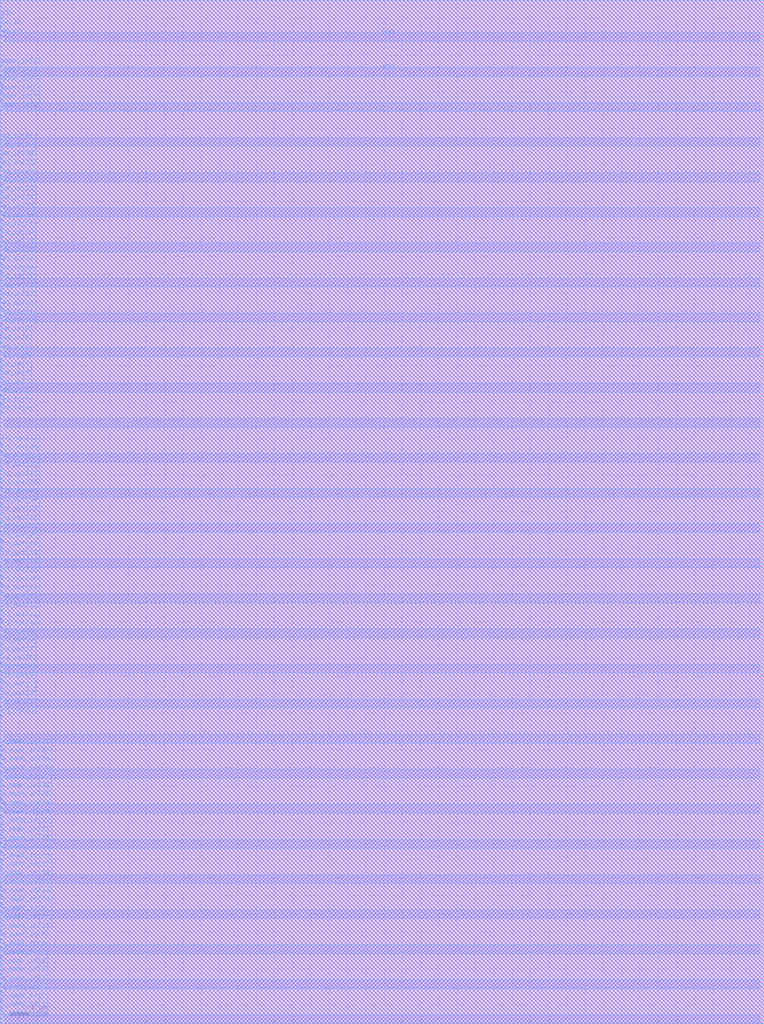
<source format=lef>
# Generated by FakeRAM 2.0
VERSION 5.7 ;
BUSBITCHARS "[]" ;
PROPERTYDEFINITIONS
  MACRO width INTEGER ;
  MACRO depth INTEGER ;
  MACRO banks INTEGER ;
END PROPERTYDEFINITIONS
MACRO fakeram7_sp_64x32
  PROPERTY width 32 ;
  PROPERTY depth 64 ;
  PROPERTY banks 2 ;
  FOREIGN fakeram7_sp_64x32 0 0 ;
  SYMMETRY X Y ;
  SIZE 8.360 BY 11.200 ;
  CLASS BLOCK ;
  PIN w_mask_in[0]
    DIRECTION INPUT ;
    USE SIGNAL ;
    SHAPE ABUTMENT ;
    PORT
      LAYER M4 ;
      RECT 0.000 0.048 0.024 0.072 ;
    END
  END w_mask_in[0]
  PIN w_mask_in[1]
    DIRECTION INPUT ;
    USE SIGNAL ;
    SHAPE ABUTMENT ;
    PORT
      LAYER M4 ;
      RECT 0.000 0.144 0.024 0.168 ;
    END
  END w_mask_in[1]
  PIN w_mask_in[2]
    DIRECTION INPUT ;
    USE SIGNAL ;
    SHAPE ABUTMENT ;
    PORT
      LAYER M4 ;
      RECT 0.000 0.240 0.024 0.264 ;
    END
  END w_mask_in[2]
  PIN w_mask_in[3]
    DIRECTION INPUT ;
    USE SIGNAL ;
    SHAPE ABUTMENT ;
    PORT
      LAYER M4 ;
      RECT 0.000 0.336 0.024 0.360 ;
    END
  END w_mask_in[3]
  PIN w_mask_in[4]
    DIRECTION INPUT ;
    USE SIGNAL ;
    SHAPE ABUTMENT ;
    PORT
      LAYER M4 ;
      RECT 0.000 0.432 0.024 0.456 ;
    END
  END w_mask_in[4]
  PIN w_mask_in[5]
    DIRECTION INPUT ;
    USE SIGNAL ;
    SHAPE ABUTMENT ;
    PORT
      LAYER M4 ;
      RECT 0.000 0.528 0.024 0.552 ;
    END
  END w_mask_in[5]
  PIN w_mask_in[6]
    DIRECTION INPUT ;
    USE SIGNAL ;
    SHAPE ABUTMENT ;
    PORT
      LAYER M4 ;
      RECT 0.000 0.624 0.024 0.648 ;
    END
  END w_mask_in[6]
  PIN w_mask_in[7]
    DIRECTION INPUT ;
    USE SIGNAL ;
    SHAPE ABUTMENT ;
    PORT
      LAYER M4 ;
      RECT 0.000 0.720 0.024 0.744 ;
    END
  END w_mask_in[7]
  PIN w_mask_in[8]
    DIRECTION INPUT ;
    USE SIGNAL ;
    SHAPE ABUTMENT ;
    PORT
      LAYER M4 ;
      RECT 0.000 0.816 0.024 0.840 ;
    END
  END w_mask_in[8]
  PIN w_mask_in[9]
    DIRECTION INPUT ;
    USE SIGNAL ;
    SHAPE ABUTMENT ;
    PORT
      LAYER M4 ;
      RECT 0.000 0.912 0.024 0.936 ;
    END
  END w_mask_in[9]
  PIN w_mask_in[10]
    DIRECTION INPUT ;
    USE SIGNAL ;
    SHAPE ABUTMENT ;
    PORT
      LAYER M4 ;
      RECT 0.000 1.008 0.024 1.032 ;
    END
  END w_mask_in[10]
  PIN w_mask_in[11]
    DIRECTION INPUT ;
    USE SIGNAL ;
    SHAPE ABUTMENT ;
    PORT
      LAYER M4 ;
      RECT 0.000 1.104 0.024 1.128 ;
    END
  END w_mask_in[11]
  PIN w_mask_in[12]
    DIRECTION INPUT ;
    USE SIGNAL ;
    SHAPE ABUTMENT ;
    PORT
      LAYER M4 ;
      RECT 0.000 1.200 0.024 1.224 ;
    END
  END w_mask_in[12]
  PIN w_mask_in[13]
    DIRECTION INPUT ;
    USE SIGNAL ;
    SHAPE ABUTMENT ;
    PORT
      LAYER M4 ;
      RECT 0.000 1.296 0.024 1.320 ;
    END
  END w_mask_in[13]
  PIN w_mask_in[14]
    DIRECTION INPUT ;
    USE SIGNAL ;
    SHAPE ABUTMENT ;
    PORT
      LAYER M4 ;
      RECT 0.000 1.392 0.024 1.416 ;
    END
  END w_mask_in[14]
  PIN w_mask_in[15]
    DIRECTION INPUT ;
    USE SIGNAL ;
    SHAPE ABUTMENT ;
    PORT
      LAYER M4 ;
      RECT 0.000 1.488 0.024 1.512 ;
    END
  END w_mask_in[15]
  PIN w_mask_in[16]
    DIRECTION INPUT ;
    USE SIGNAL ;
    SHAPE ABUTMENT ;
    PORT
      LAYER M4 ;
      RECT 0.000 1.584 0.024 1.608 ;
    END
  END w_mask_in[16]
  PIN w_mask_in[17]
    DIRECTION INPUT ;
    USE SIGNAL ;
    SHAPE ABUTMENT ;
    PORT
      LAYER M4 ;
      RECT 0.000 1.680 0.024 1.704 ;
    END
  END w_mask_in[17]
  PIN w_mask_in[18]
    DIRECTION INPUT ;
    USE SIGNAL ;
    SHAPE ABUTMENT ;
    PORT
      LAYER M4 ;
      RECT 0.000 1.776 0.024 1.800 ;
    END
  END w_mask_in[18]
  PIN w_mask_in[19]
    DIRECTION INPUT ;
    USE SIGNAL ;
    SHAPE ABUTMENT ;
    PORT
      LAYER M4 ;
      RECT 0.000 1.872 0.024 1.896 ;
    END
  END w_mask_in[19]
  PIN w_mask_in[20]
    DIRECTION INPUT ;
    USE SIGNAL ;
    SHAPE ABUTMENT ;
    PORT
      LAYER M4 ;
      RECT 0.000 1.968 0.024 1.992 ;
    END
  END w_mask_in[20]
  PIN w_mask_in[21]
    DIRECTION INPUT ;
    USE SIGNAL ;
    SHAPE ABUTMENT ;
    PORT
      LAYER M4 ;
      RECT 0.000 2.064 0.024 2.088 ;
    END
  END w_mask_in[21]
  PIN w_mask_in[22]
    DIRECTION INPUT ;
    USE SIGNAL ;
    SHAPE ABUTMENT ;
    PORT
      LAYER M4 ;
      RECT 0.000 2.160 0.024 2.184 ;
    END
  END w_mask_in[22]
  PIN w_mask_in[23]
    DIRECTION INPUT ;
    USE SIGNAL ;
    SHAPE ABUTMENT ;
    PORT
      LAYER M4 ;
      RECT 0.000 2.256 0.024 2.280 ;
    END
  END w_mask_in[23]
  PIN w_mask_in[24]
    DIRECTION INPUT ;
    USE SIGNAL ;
    SHAPE ABUTMENT ;
    PORT
      LAYER M4 ;
      RECT 0.000 2.352 0.024 2.376 ;
    END
  END w_mask_in[24]
  PIN w_mask_in[25]
    DIRECTION INPUT ;
    USE SIGNAL ;
    SHAPE ABUTMENT ;
    PORT
      LAYER M4 ;
      RECT 0.000 2.448 0.024 2.472 ;
    END
  END w_mask_in[25]
  PIN w_mask_in[26]
    DIRECTION INPUT ;
    USE SIGNAL ;
    SHAPE ABUTMENT ;
    PORT
      LAYER M4 ;
      RECT 0.000 2.544 0.024 2.568 ;
    END
  END w_mask_in[26]
  PIN w_mask_in[27]
    DIRECTION INPUT ;
    USE SIGNAL ;
    SHAPE ABUTMENT ;
    PORT
      LAYER M4 ;
      RECT 0.000 2.640 0.024 2.664 ;
    END
  END w_mask_in[27]
  PIN w_mask_in[28]
    DIRECTION INPUT ;
    USE SIGNAL ;
    SHAPE ABUTMENT ;
    PORT
      LAYER M4 ;
      RECT 0.000 2.736 0.024 2.760 ;
    END
  END w_mask_in[28]
  PIN w_mask_in[29]
    DIRECTION INPUT ;
    USE SIGNAL ;
    SHAPE ABUTMENT ;
    PORT
      LAYER M4 ;
      RECT 0.000 2.832 0.024 2.856 ;
    END
  END w_mask_in[29]
  PIN w_mask_in[30]
    DIRECTION INPUT ;
    USE SIGNAL ;
    SHAPE ABUTMENT ;
    PORT
      LAYER M4 ;
      RECT 0.000 2.928 0.024 2.952 ;
    END
  END w_mask_in[30]
  PIN w_mask_in[31]
    DIRECTION INPUT ;
    USE SIGNAL ;
    SHAPE ABUTMENT ;
    PORT
      LAYER M4 ;
      RECT 0.000 3.024 0.024 3.048 ;
    END
  END w_mask_in[31]
  PIN rd_out[0]
    DIRECTION OUTPUT ;
    USE SIGNAL ;
    SHAPE ABUTMENT ;
    PORT
      LAYER M4 ;
      RECT 0.000 3.360 0.024 3.384 ;
    END
  END rd_out[0]
  PIN rd_out[1]
    DIRECTION OUTPUT ;
    USE SIGNAL ;
    SHAPE ABUTMENT ;
    PORT
      LAYER M4 ;
      RECT 0.000 3.456 0.024 3.480 ;
    END
  END rd_out[1]
  PIN rd_out[2]
    DIRECTION OUTPUT ;
    USE SIGNAL ;
    SHAPE ABUTMENT ;
    PORT
      LAYER M4 ;
      RECT 0.000 3.552 0.024 3.576 ;
    END
  END rd_out[2]
  PIN rd_out[3]
    DIRECTION OUTPUT ;
    USE SIGNAL ;
    SHAPE ABUTMENT ;
    PORT
      LAYER M4 ;
      RECT 0.000 3.648 0.024 3.672 ;
    END
  END rd_out[3]
  PIN rd_out[4]
    DIRECTION OUTPUT ;
    USE SIGNAL ;
    SHAPE ABUTMENT ;
    PORT
      LAYER M4 ;
      RECT 0.000 3.744 0.024 3.768 ;
    END
  END rd_out[4]
  PIN rd_out[5]
    DIRECTION OUTPUT ;
    USE SIGNAL ;
    SHAPE ABUTMENT ;
    PORT
      LAYER M4 ;
      RECT 0.000 3.840 0.024 3.864 ;
    END
  END rd_out[5]
  PIN rd_out[6]
    DIRECTION OUTPUT ;
    USE SIGNAL ;
    SHAPE ABUTMENT ;
    PORT
      LAYER M4 ;
      RECT 0.000 3.936 0.024 3.960 ;
    END
  END rd_out[6]
  PIN rd_out[7]
    DIRECTION OUTPUT ;
    USE SIGNAL ;
    SHAPE ABUTMENT ;
    PORT
      LAYER M4 ;
      RECT 0.000 4.032 0.024 4.056 ;
    END
  END rd_out[7]
  PIN rd_out[8]
    DIRECTION OUTPUT ;
    USE SIGNAL ;
    SHAPE ABUTMENT ;
    PORT
      LAYER M4 ;
      RECT 0.000 4.128 0.024 4.152 ;
    END
  END rd_out[8]
  PIN rd_out[9]
    DIRECTION OUTPUT ;
    USE SIGNAL ;
    SHAPE ABUTMENT ;
    PORT
      LAYER M4 ;
      RECT 0.000 4.224 0.024 4.248 ;
    END
  END rd_out[9]
  PIN rd_out[10]
    DIRECTION OUTPUT ;
    USE SIGNAL ;
    SHAPE ABUTMENT ;
    PORT
      LAYER M4 ;
      RECT 0.000 4.320 0.024 4.344 ;
    END
  END rd_out[10]
  PIN rd_out[11]
    DIRECTION OUTPUT ;
    USE SIGNAL ;
    SHAPE ABUTMENT ;
    PORT
      LAYER M4 ;
      RECT 0.000 4.416 0.024 4.440 ;
    END
  END rd_out[11]
  PIN rd_out[12]
    DIRECTION OUTPUT ;
    USE SIGNAL ;
    SHAPE ABUTMENT ;
    PORT
      LAYER M4 ;
      RECT 0.000 4.512 0.024 4.536 ;
    END
  END rd_out[12]
  PIN rd_out[13]
    DIRECTION OUTPUT ;
    USE SIGNAL ;
    SHAPE ABUTMENT ;
    PORT
      LAYER M4 ;
      RECT 0.000 4.608 0.024 4.632 ;
    END
  END rd_out[13]
  PIN rd_out[14]
    DIRECTION OUTPUT ;
    USE SIGNAL ;
    SHAPE ABUTMENT ;
    PORT
      LAYER M4 ;
      RECT 0.000 4.704 0.024 4.728 ;
    END
  END rd_out[14]
  PIN rd_out[15]
    DIRECTION OUTPUT ;
    USE SIGNAL ;
    SHAPE ABUTMENT ;
    PORT
      LAYER M4 ;
      RECT 0.000 4.800 0.024 4.824 ;
    END
  END rd_out[15]
  PIN rd_out[16]
    DIRECTION OUTPUT ;
    USE SIGNAL ;
    SHAPE ABUTMENT ;
    PORT
      LAYER M4 ;
      RECT 0.000 4.896 0.024 4.920 ;
    END
  END rd_out[16]
  PIN rd_out[17]
    DIRECTION OUTPUT ;
    USE SIGNAL ;
    SHAPE ABUTMENT ;
    PORT
      LAYER M4 ;
      RECT 0.000 4.992 0.024 5.016 ;
    END
  END rd_out[17]
  PIN rd_out[18]
    DIRECTION OUTPUT ;
    USE SIGNAL ;
    SHAPE ABUTMENT ;
    PORT
      LAYER M4 ;
      RECT 0.000 5.088 0.024 5.112 ;
    END
  END rd_out[18]
  PIN rd_out[19]
    DIRECTION OUTPUT ;
    USE SIGNAL ;
    SHAPE ABUTMENT ;
    PORT
      LAYER M4 ;
      RECT 0.000 5.184 0.024 5.208 ;
    END
  END rd_out[19]
  PIN rd_out[20]
    DIRECTION OUTPUT ;
    USE SIGNAL ;
    SHAPE ABUTMENT ;
    PORT
      LAYER M4 ;
      RECT 0.000 5.280 0.024 5.304 ;
    END
  END rd_out[20]
  PIN rd_out[21]
    DIRECTION OUTPUT ;
    USE SIGNAL ;
    SHAPE ABUTMENT ;
    PORT
      LAYER M4 ;
      RECT 0.000 5.376 0.024 5.400 ;
    END
  END rd_out[21]
  PIN rd_out[22]
    DIRECTION OUTPUT ;
    USE SIGNAL ;
    SHAPE ABUTMENT ;
    PORT
      LAYER M4 ;
      RECT 0.000 5.472 0.024 5.496 ;
    END
  END rd_out[22]
  PIN rd_out[23]
    DIRECTION OUTPUT ;
    USE SIGNAL ;
    SHAPE ABUTMENT ;
    PORT
      LAYER M4 ;
      RECT 0.000 5.568 0.024 5.592 ;
    END
  END rd_out[23]
  PIN rd_out[24]
    DIRECTION OUTPUT ;
    USE SIGNAL ;
    SHAPE ABUTMENT ;
    PORT
      LAYER M4 ;
      RECT 0.000 5.664 0.024 5.688 ;
    END
  END rd_out[24]
  PIN rd_out[25]
    DIRECTION OUTPUT ;
    USE SIGNAL ;
    SHAPE ABUTMENT ;
    PORT
      LAYER M4 ;
      RECT 0.000 5.760 0.024 5.784 ;
    END
  END rd_out[25]
  PIN rd_out[26]
    DIRECTION OUTPUT ;
    USE SIGNAL ;
    SHAPE ABUTMENT ;
    PORT
      LAYER M4 ;
      RECT 0.000 5.856 0.024 5.880 ;
    END
  END rd_out[26]
  PIN rd_out[27]
    DIRECTION OUTPUT ;
    USE SIGNAL ;
    SHAPE ABUTMENT ;
    PORT
      LAYER M4 ;
      RECT 0.000 5.952 0.024 5.976 ;
    END
  END rd_out[27]
  PIN rd_out[28]
    DIRECTION OUTPUT ;
    USE SIGNAL ;
    SHAPE ABUTMENT ;
    PORT
      LAYER M4 ;
      RECT 0.000 6.048 0.024 6.072 ;
    END
  END rd_out[28]
  PIN rd_out[29]
    DIRECTION OUTPUT ;
    USE SIGNAL ;
    SHAPE ABUTMENT ;
    PORT
      LAYER M4 ;
      RECT 0.000 6.144 0.024 6.168 ;
    END
  END rd_out[29]
  PIN rd_out[30]
    DIRECTION OUTPUT ;
    USE SIGNAL ;
    SHAPE ABUTMENT ;
    PORT
      LAYER M4 ;
      RECT 0.000 6.240 0.024 6.264 ;
    END
  END rd_out[30]
  PIN rd_out[31]
    DIRECTION OUTPUT ;
    USE SIGNAL ;
    SHAPE ABUTMENT ;
    PORT
      LAYER M4 ;
      RECT 0.000 6.336 0.024 6.360 ;
    END
  END rd_out[31]
  PIN wd_in[0]
    DIRECTION INPUT ;
    USE SIGNAL ;
    SHAPE ABUTMENT ;
    PORT
      LAYER M4 ;
      RECT 0.000 6.672 0.024 6.696 ;
    END
  END wd_in[0]
  PIN wd_in[1]
    DIRECTION INPUT ;
    USE SIGNAL ;
    SHAPE ABUTMENT ;
    PORT
      LAYER M4 ;
      RECT 0.000 6.768 0.024 6.792 ;
    END
  END wd_in[1]
  PIN wd_in[2]
    DIRECTION INPUT ;
    USE SIGNAL ;
    SHAPE ABUTMENT ;
    PORT
      LAYER M4 ;
      RECT 0.000 6.864 0.024 6.888 ;
    END
  END wd_in[2]
  PIN wd_in[3]
    DIRECTION INPUT ;
    USE SIGNAL ;
    SHAPE ABUTMENT ;
    PORT
      LAYER M4 ;
      RECT 0.000 6.960 0.024 6.984 ;
    END
  END wd_in[3]
  PIN wd_in[4]
    DIRECTION INPUT ;
    USE SIGNAL ;
    SHAPE ABUTMENT ;
    PORT
      LAYER M4 ;
      RECT 0.000 7.056 0.024 7.080 ;
    END
  END wd_in[4]
  PIN wd_in[5]
    DIRECTION INPUT ;
    USE SIGNAL ;
    SHAPE ABUTMENT ;
    PORT
      LAYER M4 ;
      RECT 0.000 7.152 0.024 7.176 ;
    END
  END wd_in[5]
  PIN wd_in[6]
    DIRECTION INPUT ;
    USE SIGNAL ;
    SHAPE ABUTMENT ;
    PORT
      LAYER M4 ;
      RECT 0.000 7.248 0.024 7.272 ;
    END
  END wd_in[6]
  PIN wd_in[7]
    DIRECTION INPUT ;
    USE SIGNAL ;
    SHAPE ABUTMENT ;
    PORT
      LAYER M4 ;
      RECT 0.000 7.344 0.024 7.368 ;
    END
  END wd_in[7]
  PIN wd_in[8]
    DIRECTION INPUT ;
    USE SIGNAL ;
    SHAPE ABUTMENT ;
    PORT
      LAYER M4 ;
      RECT 0.000 7.440 0.024 7.464 ;
    END
  END wd_in[8]
  PIN wd_in[9]
    DIRECTION INPUT ;
    USE SIGNAL ;
    SHAPE ABUTMENT ;
    PORT
      LAYER M4 ;
      RECT 0.000 7.536 0.024 7.560 ;
    END
  END wd_in[9]
  PIN wd_in[10]
    DIRECTION INPUT ;
    USE SIGNAL ;
    SHAPE ABUTMENT ;
    PORT
      LAYER M4 ;
      RECT 0.000 7.632 0.024 7.656 ;
    END
  END wd_in[10]
  PIN wd_in[11]
    DIRECTION INPUT ;
    USE SIGNAL ;
    SHAPE ABUTMENT ;
    PORT
      LAYER M4 ;
      RECT 0.000 7.728 0.024 7.752 ;
    END
  END wd_in[11]
  PIN wd_in[12]
    DIRECTION INPUT ;
    USE SIGNAL ;
    SHAPE ABUTMENT ;
    PORT
      LAYER M4 ;
      RECT 0.000 7.824 0.024 7.848 ;
    END
  END wd_in[12]
  PIN wd_in[13]
    DIRECTION INPUT ;
    USE SIGNAL ;
    SHAPE ABUTMENT ;
    PORT
      LAYER M4 ;
      RECT 0.000 7.920 0.024 7.944 ;
    END
  END wd_in[13]
  PIN wd_in[14]
    DIRECTION INPUT ;
    USE SIGNAL ;
    SHAPE ABUTMENT ;
    PORT
      LAYER M4 ;
      RECT 0.000 8.016 0.024 8.040 ;
    END
  END wd_in[14]
  PIN wd_in[15]
    DIRECTION INPUT ;
    USE SIGNAL ;
    SHAPE ABUTMENT ;
    PORT
      LAYER M4 ;
      RECT 0.000 8.112 0.024 8.136 ;
    END
  END wd_in[15]
  PIN wd_in[16]
    DIRECTION INPUT ;
    USE SIGNAL ;
    SHAPE ABUTMENT ;
    PORT
      LAYER M4 ;
      RECT 0.000 8.208 0.024 8.232 ;
    END
  END wd_in[16]
  PIN wd_in[17]
    DIRECTION INPUT ;
    USE SIGNAL ;
    SHAPE ABUTMENT ;
    PORT
      LAYER M4 ;
      RECT 0.000 8.304 0.024 8.328 ;
    END
  END wd_in[17]
  PIN wd_in[18]
    DIRECTION INPUT ;
    USE SIGNAL ;
    SHAPE ABUTMENT ;
    PORT
      LAYER M4 ;
      RECT 0.000 8.400 0.024 8.424 ;
    END
  END wd_in[18]
  PIN wd_in[19]
    DIRECTION INPUT ;
    USE SIGNAL ;
    SHAPE ABUTMENT ;
    PORT
      LAYER M4 ;
      RECT 0.000 8.496 0.024 8.520 ;
    END
  END wd_in[19]
  PIN wd_in[20]
    DIRECTION INPUT ;
    USE SIGNAL ;
    SHAPE ABUTMENT ;
    PORT
      LAYER M4 ;
      RECT 0.000 8.592 0.024 8.616 ;
    END
  END wd_in[20]
  PIN wd_in[21]
    DIRECTION INPUT ;
    USE SIGNAL ;
    SHAPE ABUTMENT ;
    PORT
      LAYER M4 ;
      RECT 0.000 8.688 0.024 8.712 ;
    END
  END wd_in[21]
  PIN wd_in[22]
    DIRECTION INPUT ;
    USE SIGNAL ;
    SHAPE ABUTMENT ;
    PORT
      LAYER M4 ;
      RECT 0.000 8.784 0.024 8.808 ;
    END
  END wd_in[22]
  PIN wd_in[23]
    DIRECTION INPUT ;
    USE SIGNAL ;
    SHAPE ABUTMENT ;
    PORT
      LAYER M4 ;
      RECT 0.000 8.880 0.024 8.904 ;
    END
  END wd_in[23]
  PIN wd_in[24]
    DIRECTION INPUT ;
    USE SIGNAL ;
    SHAPE ABUTMENT ;
    PORT
      LAYER M4 ;
      RECT 0.000 8.976 0.024 9.000 ;
    END
  END wd_in[24]
  PIN wd_in[25]
    DIRECTION INPUT ;
    USE SIGNAL ;
    SHAPE ABUTMENT ;
    PORT
      LAYER M4 ;
      RECT 0.000 9.072 0.024 9.096 ;
    END
  END wd_in[25]
  PIN wd_in[26]
    DIRECTION INPUT ;
    USE SIGNAL ;
    SHAPE ABUTMENT ;
    PORT
      LAYER M4 ;
      RECT 0.000 9.168 0.024 9.192 ;
    END
  END wd_in[26]
  PIN wd_in[27]
    DIRECTION INPUT ;
    USE SIGNAL ;
    SHAPE ABUTMENT ;
    PORT
      LAYER M4 ;
      RECT 0.000 9.264 0.024 9.288 ;
    END
  END wd_in[27]
  PIN wd_in[28]
    DIRECTION INPUT ;
    USE SIGNAL ;
    SHAPE ABUTMENT ;
    PORT
      LAYER M4 ;
      RECT 0.000 9.360 0.024 9.384 ;
    END
  END wd_in[28]
  PIN wd_in[29]
    DIRECTION INPUT ;
    USE SIGNAL ;
    SHAPE ABUTMENT ;
    PORT
      LAYER M4 ;
      RECT 0.000 9.456 0.024 9.480 ;
    END
  END wd_in[29]
  PIN wd_in[30]
    DIRECTION INPUT ;
    USE SIGNAL ;
    SHAPE ABUTMENT ;
    PORT
      LAYER M4 ;
      RECT 0.000 9.552 0.024 9.576 ;
    END
  END wd_in[30]
  PIN wd_in[31]
    DIRECTION INPUT ;
    USE SIGNAL ;
    SHAPE ABUTMENT ;
    PORT
      LAYER M4 ;
      RECT 0.000 9.648 0.024 9.672 ;
    END
  END wd_in[31]
  PIN addr_in[0]
    DIRECTION INPUT ;
    USE SIGNAL ;
    SHAPE ABUTMENT ;
    PORT
      LAYER M4 ;
      RECT 0.000 9.984 0.024 10.008 ;
    END
  END addr_in[0]
  PIN addr_in[1]
    DIRECTION INPUT ;
    USE SIGNAL ;
    SHAPE ABUTMENT ;
    PORT
      LAYER M4 ;
      RECT 0.000 10.080 0.024 10.104 ;
    END
  END addr_in[1]
  PIN addr_in[2]
    DIRECTION INPUT ;
    USE SIGNAL ;
    SHAPE ABUTMENT ;
    PORT
      LAYER M4 ;
      RECT 0.000 10.176 0.024 10.200 ;
    END
  END addr_in[2]
  PIN addr_in[3]
    DIRECTION INPUT ;
    USE SIGNAL ;
    SHAPE ABUTMENT ;
    PORT
      LAYER M4 ;
      RECT 0.000 10.272 0.024 10.296 ;
    END
  END addr_in[3]
  PIN addr_in[4]
    DIRECTION INPUT ;
    USE SIGNAL ;
    SHAPE ABUTMENT ;
    PORT
      LAYER M4 ;
      RECT 0.000 10.368 0.024 10.392 ;
    END
  END addr_in[4]
  PIN addr_in[5]
    DIRECTION INPUT ;
    USE SIGNAL ;
    SHAPE ABUTMENT ;
    PORT
      LAYER M4 ;
      RECT 0.000 10.464 0.024 10.488 ;
    END
  END addr_in[5]
  PIN we_in
    DIRECTION INPUT ;
    USE SIGNAL ;
    SHAPE ABUTMENT ;
    PORT
      LAYER M4 ;
      RECT 0.000 10.800 0.024 10.824 ;
    END
  END we_in
  PIN ce_in
    DIRECTION INPUT ;
    USE SIGNAL ;
    SHAPE ABUTMENT ;
    PORT
      LAYER M4 ;
      RECT 0.000 10.896 0.024 10.920 ;
    END
  END ce_in
  PIN clk
    DIRECTION INPUT ;
    USE SIGNAL ;
    SHAPE ABUTMENT ;
    PORT
      LAYER M4 ;
      RECT 0.000 10.992 0.024 11.016 ;
    END
  END clk
  PIN VSS
    DIRECTION INOUT ;
    USE GROUND ;
    PORT
      LAYER M4 ;
      RECT 0.048 0.000 8.312 0.096 ;
      RECT 0.048 0.768 8.312 0.864 ;
      RECT 0.048 1.536 8.312 1.632 ;
      RECT 0.048 2.304 8.312 2.400 ;
      RECT 0.048 3.072 8.312 3.168 ;
      RECT 0.048 3.840 8.312 3.936 ;
      RECT 0.048 4.608 8.312 4.704 ;
      RECT 0.048 5.376 8.312 5.472 ;
      RECT 0.048 6.144 8.312 6.240 ;
      RECT 0.048 6.912 8.312 7.008 ;
      RECT 0.048 7.680 8.312 7.776 ;
      RECT 0.048 8.448 8.312 8.544 ;
      RECT 0.048 9.216 8.312 9.312 ;
      RECT 0.048 9.984 8.312 10.080 ;
      RECT 0.048 10.752 8.312 10.848 ;
    END
  END VSS
  PIN VDD
    DIRECTION INOUT ;
    USE POWER ;
    PORT
      LAYER M4 ;
      RECT 0.048 0.384 8.312 0.480 ;
      RECT 0.048 1.152 8.312 1.248 ;
      RECT 0.048 1.920 8.312 2.016 ;
      RECT 0.048 2.688 8.312 2.784 ;
      RECT 0.048 3.456 8.312 3.552 ;
      RECT 0.048 4.224 8.312 4.320 ;
      RECT 0.048 4.992 8.312 5.088 ;
      RECT 0.048 5.760 8.312 5.856 ;
      RECT 0.048 6.528 8.312 6.624 ;
      RECT 0.048 7.296 8.312 7.392 ;
      RECT 0.048 8.064 8.312 8.160 ;
      RECT 0.048 8.832 8.312 8.928 ;
      RECT 0.048 9.600 8.312 9.696 ;
      RECT 0.048 10.368 8.312 10.464 ;
    END
  END VDD
  OBS
    LAYER M1 ;
    RECT 0 0 8.360 11.200 ;
    LAYER M2 ;
    RECT 0 0 8.360 11.200 ;
    LAYER M3 ;
    RECT 0 0 8.360 11.200 ;
    LAYER M4 ;
    RECT 0 0 8.360 11.200 ;
  END
END fakeram7_sp_64x32

END LIBRARY

</source>
